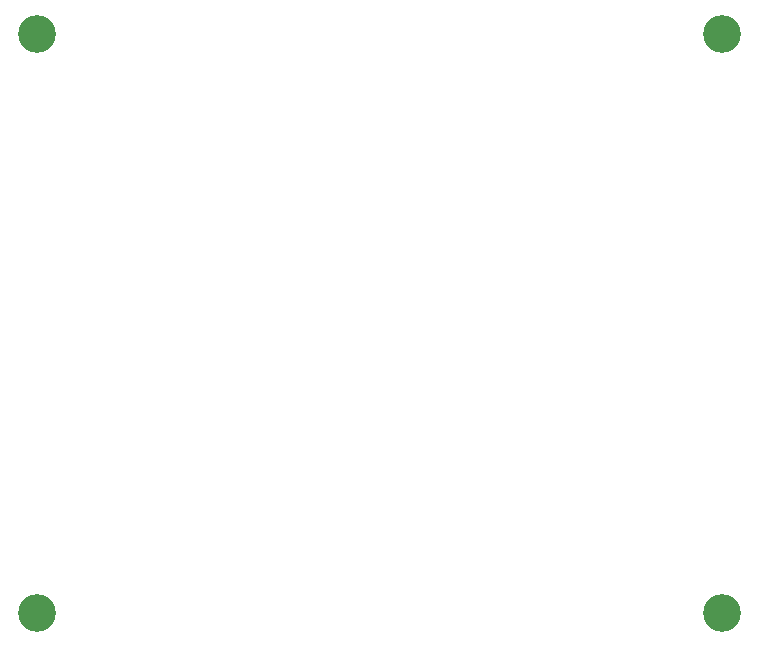
<source format=gbr>
%TF.GenerationSoftware,KiCad,Pcbnew,5.1.5-52549c5~84~ubuntu16.04.1*%
%TF.CreationDate,2020-01-09T13:47:49+01:00*%
%TF.ProjectId,Hedgehog,48656467-6568-46f6-972e-6b696361645f,1.0*%
%TF.SameCoordinates,PX7270e00PY47868c0*%
%TF.FileFunction,NonPlated,1,4,NPTH,Drill*%
%TF.FilePolarity,Positive*%
%FSLAX46Y46*%
G04 Gerber Fmt 4.6, Leading zero omitted, Abs format (unit mm)*
G04 Created by KiCad (PCBNEW 5.1.5-52549c5~84~ubuntu16.04.1) date 2020-01-09 13:47:49*
%MOMM*%
%LPD*%
G04 APERTURE LIST*
%TA.AperFunction,ComponentDrill*%
%ADD10C,3.200000*%
%TD*%
G04 APERTURE END LIST*
D10*
%TO.C,MH3*%
X3500000Y-52500000D03*
%TO.C,MH4*%
X61500000Y-52500000D03*
%TO.C,MH2*%
X61500000Y-3500000D03*
%TO.C,MH1*%
X3500000Y-3500000D03*
M02*

</source>
